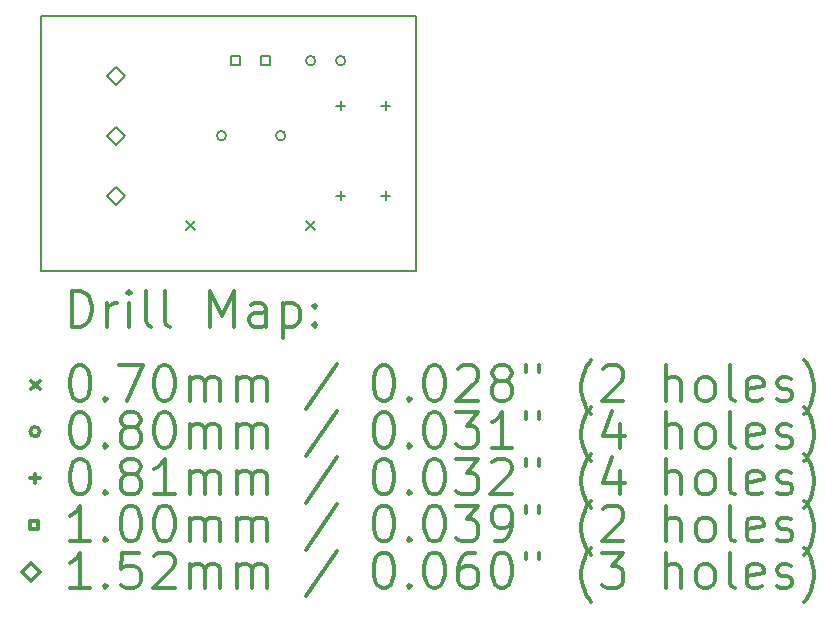
<source format=gbr>
%FSLAX45Y45*%
G04 Gerber Fmt 4.5, Leading zero omitted, Abs format (unit mm)*
G04 Created by KiCad (PCBNEW 4.0.2-stable) date 07/05/2016 12:33:00 p. m.*
%MOMM*%
G01*
G04 APERTURE LIST*
%ADD10C,0.127000*%
%ADD11C,0.150000*%
%ADD12C,0.200000*%
%ADD13C,0.300000*%
G04 APERTURE END LIST*
D10*
D11*
X11684000Y-11176000D02*
X11684000Y-11049000D01*
X11684000Y-11430000D02*
X11684000Y-11176000D01*
X14859000Y-11430000D02*
X11684000Y-11430000D01*
X14859000Y-9271000D02*
X14859000Y-11430000D01*
X11684000Y-9271000D02*
X14859000Y-9271000D01*
X11684000Y-11303000D02*
X11684000Y-9271000D01*
D12*
X12919000Y-11013694D02*
X12989104Y-11083798D01*
X12989104Y-11013694D02*
X12919000Y-11083798D01*
X13935000Y-11013694D02*
X14005104Y-11083798D01*
X14005104Y-11013694D02*
X13935000Y-11083798D01*
X13256000Y-10287000D02*
G75*
G03X13256000Y-10287000I-40000J0D01*
G01*
X13756000Y-10287000D02*
G75*
G03X13756000Y-10287000I-40000J0D01*
G01*
X14010000Y-9652000D02*
G75*
G03X14010000Y-9652000I-40000J0D01*
G01*
X14264000Y-9652000D02*
G75*
G03X14264000Y-9652000I-40000J0D01*
G01*
X14224000Y-9992360D02*
X14224000Y-10073640D01*
X14183360Y-10033000D02*
X14264640Y-10033000D01*
X14224000Y-10754360D02*
X14224000Y-10835640D01*
X14183360Y-10795000D02*
X14264640Y-10795000D01*
X14605000Y-9992360D02*
X14605000Y-10073640D01*
X14564360Y-10033000D02*
X14645640Y-10033000D01*
X14605000Y-10754360D02*
X14605000Y-10835640D01*
X14564360Y-10795000D02*
X14645640Y-10795000D01*
X13370382Y-9687383D02*
X13370382Y-9616618D01*
X13299617Y-9616618D01*
X13299617Y-9687383D01*
X13370382Y-9687383D01*
X13624382Y-9687383D02*
X13624382Y-9616618D01*
X13553617Y-9616618D01*
X13553617Y-9687383D01*
X13624382Y-9687383D01*
X12319000Y-9855200D02*
X12395200Y-9779000D01*
X12319000Y-9702800D01*
X12242800Y-9779000D01*
X12319000Y-9855200D01*
X12319000Y-10363200D02*
X12395200Y-10287000D01*
X12319000Y-10210800D01*
X12242800Y-10287000D01*
X12319000Y-10363200D01*
X12319000Y-10871200D02*
X12395200Y-10795000D01*
X12319000Y-10718800D01*
X12242800Y-10795000D01*
X12319000Y-10871200D01*
D13*
X11947928Y-11903214D02*
X11947928Y-11603214D01*
X12019357Y-11603214D01*
X12062214Y-11617500D01*
X12090786Y-11646071D01*
X12105071Y-11674643D01*
X12119357Y-11731786D01*
X12119357Y-11774643D01*
X12105071Y-11831786D01*
X12090786Y-11860357D01*
X12062214Y-11888929D01*
X12019357Y-11903214D01*
X11947928Y-11903214D01*
X12247928Y-11903214D02*
X12247928Y-11703214D01*
X12247928Y-11760357D02*
X12262214Y-11731786D01*
X12276500Y-11717500D01*
X12305071Y-11703214D01*
X12333643Y-11703214D01*
X12433643Y-11903214D02*
X12433643Y-11703214D01*
X12433643Y-11603214D02*
X12419357Y-11617500D01*
X12433643Y-11631786D01*
X12447928Y-11617500D01*
X12433643Y-11603214D01*
X12433643Y-11631786D01*
X12619357Y-11903214D02*
X12590786Y-11888929D01*
X12576500Y-11860357D01*
X12576500Y-11603214D01*
X12776500Y-11903214D02*
X12747928Y-11888929D01*
X12733643Y-11860357D01*
X12733643Y-11603214D01*
X13119357Y-11903214D02*
X13119357Y-11603214D01*
X13219357Y-11817500D01*
X13319357Y-11603214D01*
X13319357Y-11903214D01*
X13590786Y-11903214D02*
X13590786Y-11746071D01*
X13576500Y-11717500D01*
X13547928Y-11703214D01*
X13490786Y-11703214D01*
X13462214Y-11717500D01*
X13590786Y-11888929D02*
X13562214Y-11903214D01*
X13490786Y-11903214D01*
X13462214Y-11888929D01*
X13447928Y-11860357D01*
X13447928Y-11831786D01*
X13462214Y-11803214D01*
X13490786Y-11788929D01*
X13562214Y-11788929D01*
X13590786Y-11774643D01*
X13733643Y-11703214D02*
X13733643Y-12003214D01*
X13733643Y-11717500D02*
X13762214Y-11703214D01*
X13819357Y-11703214D01*
X13847928Y-11717500D01*
X13862214Y-11731786D01*
X13876500Y-11760357D01*
X13876500Y-11846071D01*
X13862214Y-11874643D01*
X13847928Y-11888929D01*
X13819357Y-11903214D01*
X13762214Y-11903214D01*
X13733643Y-11888929D01*
X14005071Y-11874643D02*
X14019357Y-11888929D01*
X14005071Y-11903214D01*
X13990786Y-11888929D01*
X14005071Y-11874643D01*
X14005071Y-11903214D01*
X14005071Y-11717500D02*
X14019357Y-11731786D01*
X14005071Y-11746071D01*
X13990786Y-11731786D01*
X14005071Y-11717500D01*
X14005071Y-11746071D01*
X11606396Y-12362448D02*
X11676500Y-12432552D01*
X11676500Y-12362448D02*
X11606396Y-12432552D01*
X12005071Y-12233214D02*
X12033643Y-12233214D01*
X12062214Y-12247500D01*
X12076500Y-12261786D01*
X12090786Y-12290357D01*
X12105071Y-12347500D01*
X12105071Y-12418929D01*
X12090786Y-12476071D01*
X12076500Y-12504643D01*
X12062214Y-12518929D01*
X12033643Y-12533214D01*
X12005071Y-12533214D01*
X11976500Y-12518929D01*
X11962214Y-12504643D01*
X11947928Y-12476071D01*
X11933643Y-12418929D01*
X11933643Y-12347500D01*
X11947928Y-12290357D01*
X11962214Y-12261786D01*
X11976500Y-12247500D01*
X12005071Y-12233214D01*
X12233643Y-12504643D02*
X12247928Y-12518929D01*
X12233643Y-12533214D01*
X12219357Y-12518929D01*
X12233643Y-12504643D01*
X12233643Y-12533214D01*
X12347928Y-12233214D02*
X12547928Y-12233214D01*
X12419357Y-12533214D01*
X12719357Y-12233214D02*
X12747928Y-12233214D01*
X12776500Y-12247500D01*
X12790786Y-12261786D01*
X12805071Y-12290357D01*
X12819357Y-12347500D01*
X12819357Y-12418929D01*
X12805071Y-12476071D01*
X12790786Y-12504643D01*
X12776500Y-12518929D01*
X12747928Y-12533214D01*
X12719357Y-12533214D01*
X12690786Y-12518929D01*
X12676500Y-12504643D01*
X12662214Y-12476071D01*
X12647928Y-12418929D01*
X12647928Y-12347500D01*
X12662214Y-12290357D01*
X12676500Y-12261786D01*
X12690786Y-12247500D01*
X12719357Y-12233214D01*
X12947928Y-12533214D02*
X12947928Y-12333214D01*
X12947928Y-12361786D02*
X12962214Y-12347500D01*
X12990786Y-12333214D01*
X13033643Y-12333214D01*
X13062214Y-12347500D01*
X13076500Y-12376071D01*
X13076500Y-12533214D01*
X13076500Y-12376071D02*
X13090786Y-12347500D01*
X13119357Y-12333214D01*
X13162214Y-12333214D01*
X13190786Y-12347500D01*
X13205071Y-12376071D01*
X13205071Y-12533214D01*
X13347928Y-12533214D02*
X13347928Y-12333214D01*
X13347928Y-12361786D02*
X13362214Y-12347500D01*
X13390786Y-12333214D01*
X13433643Y-12333214D01*
X13462214Y-12347500D01*
X13476500Y-12376071D01*
X13476500Y-12533214D01*
X13476500Y-12376071D02*
X13490786Y-12347500D01*
X13519357Y-12333214D01*
X13562214Y-12333214D01*
X13590786Y-12347500D01*
X13605071Y-12376071D01*
X13605071Y-12533214D01*
X14190786Y-12218929D02*
X13933643Y-12604643D01*
X14576500Y-12233214D02*
X14605071Y-12233214D01*
X14633643Y-12247500D01*
X14647928Y-12261786D01*
X14662214Y-12290357D01*
X14676500Y-12347500D01*
X14676500Y-12418929D01*
X14662214Y-12476071D01*
X14647928Y-12504643D01*
X14633643Y-12518929D01*
X14605071Y-12533214D01*
X14576500Y-12533214D01*
X14547928Y-12518929D01*
X14533643Y-12504643D01*
X14519357Y-12476071D01*
X14505071Y-12418929D01*
X14505071Y-12347500D01*
X14519357Y-12290357D01*
X14533643Y-12261786D01*
X14547928Y-12247500D01*
X14576500Y-12233214D01*
X14805071Y-12504643D02*
X14819357Y-12518929D01*
X14805071Y-12533214D01*
X14790786Y-12518929D01*
X14805071Y-12504643D01*
X14805071Y-12533214D01*
X15005071Y-12233214D02*
X15033643Y-12233214D01*
X15062214Y-12247500D01*
X15076500Y-12261786D01*
X15090785Y-12290357D01*
X15105071Y-12347500D01*
X15105071Y-12418929D01*
X15090785Y-12476071D01*
X15076500Y-12504643D01*
X15062214Y-12518929D01*
X15033643Y-12533214D01*
X15005071Y-12533214D01*
X14976500Y-12518929D01*
X14962214Y-12504643D01*
X14947928Y-12476071D01*
X14933643Y-12418929D01*
X14933643Y-12347500D01*
X14947928Y-12290357D01*
X14962214Y-12261786D01*
X14976500Y-12247500D01*
X15005071Y-12233214D01*
X15219357Y-12261786D02*
X15233643Y-12247500D01*
X15262214Y-12233214D01*
X15333643Y-12233214D01*
X15362214Y-12247500D01*
X15376500Y-12261786D01*
X15390785Y-12290357D01*
X15390785Y-12318929D01*
X15376500Y-12361786D01*
X15205071Y-12533214D01*
X15390785Y-12533214D01*
X15562214Y-12361786D02*
X15533643Y-12347500D01*
X15519357Y-12333214D01*
X15505071Y-12304643D01*
X15505071Y-12290357D01*
X15519357Y-12261786D01*
X15533643Y-12247500D01*
X15562214Y-12233214D01*
X15619357Y-12233214D01*
X15647928Y-12247500D01*
X15662214Y-12261786D01*
X15676500Y-12290357D01*
X15676500Y-12304643D01*
X15662214Y-12333214D01*
X15647928Y-12347500D01*
X15619357Y-12361786D01*
X15562214Y-12361786D01*
X15533643Y-12376071D01*
X15519357Y-12390357D01*
X15505071Y-12418929D01*
X15505071Y-12476071D01*
X15519357Y-12504643D01*
X15533643Y-12518929D01*
X15562214Y-12533214D01*
X15619357Y-12533214D01*
X15647928Y-12518929D01*
X15662214Y-12504643D01*
X15676500Y-12476071D01*
X15676500Y-12418929D01*
X15662214Y-12390357D01*
X15647928Y-12376071D01*
X15619357Y-12361786D01*
X15790786Y-12233214D02*
X15790786Y-12290357D01*
X15905071Y-12233214D02*
X15905071Y-12290357D01*
X16347928Y-12647500D02*
X16333643Y-12633214D01*
X16305071Y-12590357D01*
X16290785Y-12561786D01*
X16276500Y-12518929D01*
X16262214Y-12447500D01*
X16262214Y-12390357D01*
X16276500Y-12318929D01*
X16290785Y-12276071D01*
X16305071Y-12247500D01*
X16333643Y-12204643D01*
X16347928Y-12190357D01*
X16447928Y-12261786D02*
X16462214Y-12247500D01*
X16490785Y-12233214D01*
X16562214Y-12233214D01*
X16590785Y-12247500D01*
X16605071Y-12261786D01*
X16619357Y-12290357D01*
X16619357Y-12318929D01*
X16605071Y-12361786D01*
X16433643Y-12533214D01*
X16619357Y-12533214D01*
X16976500Y-12533214D02*
X16976500Y-12233214D01*
X17105071Y-12533214D02*
X17105071Y-12376071D01*
X17090786Y-12347500D01*
X17062214Y-12333214D01*
X17019357Y-12333214D01*
X16990786Y-12347500D01*
X16976500Y-12361786D01*
X17290786Y-12533214D02*
X17262214Y-12518929D01*
X17247928Y-12504643D01*
X17233643Y-12476071D01*
X17233643Y-12390357D01*
X17247928Y-12361786D01*
X17262214Y-12347500D01*
X17290786Y-12333214D01*
X17333643Y-12333214D01*
X17362214Y-12347500D01*
X17376500Y-12361786D01*
X17390786Y-12390357D01*
X17390786Y-12476071D01*
X17376500Y-12504643D01*
X17362214Y-12518929D01*
X17333643Y-12533214D01*
X17290786Y-12533214D01*
X17562214Y-12533214D02*
X17533643Y-12518929D01*
X17519357Y-12490357D01*
X17519357Y-12233214D01*
X17790786Y-12518929D02*
X17762214Y-12533214D01*
X17705071Y-12533214D01*
X17676500Y-12518929D01*
X17662214Y-12490357D01*
X17662214Y-12376071D01*
X17676500Y-12347500D01*
X17705071Y-12333214D01*
X17762214Y-12333214D01*
X17790786Y-12347500D01*
X17805071Y-12376071D01*
X17805071Y-12404643D01*
X17662214Y-12433214D01*
X17919357Y-12518929D02*
X17947929Y-12533214D01*
X18005071Y-12533214D01*
X18033643Y-12518929D01*
X18047929Y-12490357D01*
X18047929Y-12476071D01*
X18033643Y-12447500D01*
X18005071Y-12433214D01*
X17962214Y-12433214D01*
X17933643Y-12418929D01*
X17919357Y-12390357D01*
X17919357Y-12376071D01*
X17933643Y-12347500D01*
X17962214Y-12333214D01*
X18005071Y-12333214D01*
X18033643Y-12347500D01*
X18147928Y-12647500D02*
X18162214Y-12633214D01*
X18190786Y-12590357D01*
X18205071Y-12561786D01*
X18219357Y-12518929D01*
X18233643Y-12447500D01*
X18233643Y-12390357D01*
X18219357Y-12318929D01*
X18205071Y-12276071D01*
X18190786Y-12247500D01*
X18162214Y-12204643D01*
X18147928Y-12190357D01*
X11676500Y-12793500D02*
G75*
G03X11676500Y-12793500I-40000J0D01*
G01*
X12005071Y-12629214D02*
X12033643Y-12629214D01*
X12062214Y-12643500D01*
X12076500Y-12657786D01*
X12090786Y-12686357D01*
X12105071Y-12743500D01*
X12105071Y-12814929D01*
X12090786Y-12872071D01*
X12076500Y-12900643D01*
X12062214Y-12914929D01*
X12033643Y-12929214D01*
X12005071Y-12929214D01*
X11976500Y-12914929D01*
X11962214Y-12900643D01*
X11947928Y-12872071D01*
X11933643Y-12814929D01*
X11933643Y-12743500D01*
X11947928Y-12686357D01*
X11962214Y-12657786D01*
X11976500Y-12643500D01*
X12005071Y-12629214D01*
X12233643Y-12900643D02*
X12247928Y-12914929D01*
X12233643Y-12929214D01*
X12219357Y-12914929D01*
X12233643Y-12900643D01*
X12233643Y-12929214D01*
X12419357Y-12757786D02*
X12390786Y-12743500D01*
X12376500Y-12729214D01*
X12362214Y-12700643D01*
X12362214Y-12686357D01*
X12376500Y-12657786D01*
X12390786Y-12643500D01*
X12419357Y-12629214D01*
X12476500Y-12629214D01*
X12505071Y-12643500D01*
X12519357Y-12657786D01*
X12533643Y-12686357D01*
X12533643Y-12700643D01*
X12519357Y-12729214D01*
X12505071Y-12743500D01*
X12476500Y-12757786D01*
X12419357Y-12757786D01*
X12390786Y-12772071D01*
X12376500Y-12786357D01*
X12362214Y-12814929D01*
X12362214Y-12872071D01*
X12376500Y-12900643D01*
X12390786Y-12914929D01*
X12419357Y-12929214D01*
X12476500Y-12929214D01*
X12505071Y-12914929D01*
X12519357Y-12900643D01*
X12533643Y-12872071D01*
X12533643Y-12814929D01*
X12519357Y-12786357D01*
X12505071Y-12772071D01*
X12476500Y-12757786D01*
X12719357Y-12629214D02*
X12747928Y-12629214D01*
X12776500Y-12643500D01*
X12790786Y-12657786D01*
X12805071Y-12686357D01*
X12819357Y-12743500D01*
X12819357Y-12814929D01*
X12805071Y-12872071D01*
X12790786Y-12900643D01*
X12776500Y-12914929D01*
X12747928Y-12929214D01*
X12719357Y-12929214D01*
X12690786Y-12914929D01*
X12676500Y-12900643D01*
X12662214Y-12872071D01*
X12647928Y-12814929D01*
X12647928Y-12743500D01*
X12662214Y-12686357D01*
X12676500Y-12657786D01*
X12690786Y-12643500D01*
X12719357Y-12629214D01*
X12947928Y-12929214D02*
X12947928Y-12729214D01*
X12947928Y-12757786D02*
X12962214Y-12743500D01*
X12990786Y-12729214D01*
X13033643Y-12729214D01*
X13062214Y-12743500D01*
X13076500Y-12772071D01*
X13076500Y-12929214D01*
X13076500Y-12772071D02*
X13090786Y-12743500D01*
X13119357Y-12729214D01*
X13162214Y-12729214D01*
X13190786Y-12743500D01*
X13205071Y-12772071D01*
X13205071Y-12929214D01*
X13347928Y-12929214D02*
X13347928Y-12729214D01*
X13347928Y-12757786D02*
X13362214Y-12743500D01*
X13390786Y-12729214D01*
X13433643Y-12729214D01*
X13462214Y-12743500D01*
X13476500Y-12772071D01*
X13476500Y-12929214D01*
X13476500Y-12772071D02*
X13490786Y-12743500D01*
X13519357Y-12729214D01*
X13562214Y-12729214D01*
X13590786Y-12743500D01*
X13605071Y-12772071D01*
X13605071Y-12929214D01*
X14190786Y-12614929D02*
X13933643Y-13000643D01*
X14576500Y-12629214D02*
X14605071Y-12629214D01*
X14633643Y-12643500D01*
X14647928Y-12657786D01*
X14662214Y-12686357D01*
X14676500Y-12743500D01*
X14676500Y-12814929D01*
X14662214Y-12872071D01*
X14647928Y-12900643D01*
X14633643Y-12914929D01*
X14605071Y-12929214D01*
X14576500Y-12929214D01*
X14547928Y-12914929D01*
X14533643Y-12900643D01*
X14519357Y-12872071D01*
X14505071Y-12814929D01*
X14505071Y-12743500D01*
X14519357Y-12686357D01*
X14533643Y-12657786D01*
X14547928Y-12643500D01*
X14576500Y-12629214D01*
X14805071Y-12900643D02*
X14819357Y-12914929D01*
X14805071Y-12929214D01*
X14790786Y-12914929D01*
X14805071Y-12900643D01*
X14805071Y-12929214D01*
X15005071Y-12629214D02*
X15033643Y-12629214D01*
X15062214Y-12643500D01*
X15076500Y-12657786D01*
X15090785Y-12686357D01*
X15105071Y-12743500D01*
X15105071Y-12814929D01*
X15090785Y-12872071D01*
X15076500Y-12900643D01*
X15062214Y-12914929D01*
X15033643Y-12929214D01*
X15005071Y-12929214D01*
X14976500Y-12914929D01*
X14962214Y-12900643D01*
X14947928Y-12872071D01*
X14933643Y-12814929D01*
X14933643Y-12743500D01*
X14947928Y-12686357D01*
X14962214Y-12657786D01*
X14976500Y-12643500D01*
X15005071Y-12629214D01*
X15205071Y-12629214D02*
X15390785Y-12629214D01*
X15290785Y-12743500D01*
X15333643Y-12743500D01*
X15362214Y-12757786D01*
X15376500Y-12772071D01*
X15390785Y-12800643D01*
X15390785Y-12872071D01*
X15376500Y-12900643D01*
X15362214Y-12914929D01*
X15333643Y-12929214D01*
X15247928Y-12929214D01*
X15219357Y-12914929D01*
X15205071Y-12900643D01*
X15676500Y-12929214D02*
X15505071Y-12929214D01*
X15590785Y-12929214D02*
X15590785Y-12629214D01*
X15562214Y-12672071D01*
X15533643Y-12700643D01*
X15505071Y-12714929D01*
X15790786Y-12629214D02*
X15790786Y-12686357D01*
X15905071Y-12629214D02*
X15905071Y-12686357D01*
X16347928Y-13043500D02*
X16333643Y-13029214D01*
X16305071Y-12986357D01*
X16290785Y-12957786D01*
X16276500Y-12914929D01*
X16262214Y-12843500D01*
X16262214Y-12786357D01*
X16276500Y-12714929D01*
X16290785Y-12672071D01*
X16305071Y-12643500D01*
X16333643Y-12600643D01*
X16347928Y-12586357D01*
X16590785Y-12729214D02*
X16590785Y-12929214D01*
X16519357Y-12614929D02*
X16447928Y-12829214D01*
X16633643Y-12829214D01*
X16976500Y-12929214D02*
X16976500Y-12629214D01*
X17105071Y-12929214D02*
X17105071Y-12772071D01*
X17090786Y-12743500D01*
X17062214Y-12729214D01*
X17019357Y-12729214D01*
X16990786Y-12743500D01*
X16976500Y-12757786D01*
X17290786Y-12929214D02*
X17262214Y-12914929D01*
X17247928Y-12900643D01*
X17233643Y-12872071D01*
X17233643Y-12786357D01*
X17247928Y-12757786D01*
X17262214Y-12743500D01*
X17290786Y-12729214D01*
X17333643Y-12729214D01*
X17362214Y-12743500D01*
X17376500Y-12757786D01*
X17390786Y-12786357D01*
X17390786Y-12872071D01*
X17376500Y-12900643D01*
X17362214Y-12914929D01*
X17333643Y-12929214D01*
X17290786Y-12929214D01*
X17562214Y-12929214D02*
X17533643Y-12914929D01*
X17519357Y-12886357D01*
X17519357Y-12629214D01*
X17790786Y-12914929D02*
X17762214Y-12929214D01*
X17705071Y-12929214D01*
X17676500Y-12914929D01*
X17662214Y-12886357D01*
X17662214Y-12772071D01*
X17676500Y-12743500D01*
X17705071Y-12729214D01*
X17762214Y-12729214D01*
X17790786Y-12743500D01*
X17805071Y-12772071D01*
X17805071Y-12800643D01*
X17662214Y-12829214D01*
X17919357Y-12914929D02*
X17947929Y-12929214D01*
X18005071Y-12929214D01*
X18033643Y-12914929D01*
X18047929Y-12886357D01*
X18047929Y-12872071D01*
X18033643Y-12843500D01*
X18005071Y-12829214D01*
X17962214Y-12829214D01*
X17933643Y-12814929D01*
X17919357Y-12786357D01*
X17919357Y-12772071D01*
X17933643Y-12743500D01*
X17962214Y-12729214D01*
X18005071Y-12729214D01*
X18033643Y-12743500D01*
X18147928Y-13043500D02*
X18162214Y-13029214D01*
X18190786Y-12986357D01*
X18205071Y-12957786D01*
X18219357Y-12914929D01*
X18233643Y-12843500D01*
X18233643Y-12786357D01*
X18219357Y-12714929D01*
X18205071Y-12672071D01*
X18190786Y-12643500D01*
X18162214Y-12600643D01*
X18147928Y-12586357D01*
X11635860Y-13148860D02*
X11635860Y-13230140D01*
X11595220Y-13189500D02*
X11676500Y-13189500D01*
X12005071Y-13025214D02*
X12033643Y-13025214D01*
X12062214Y-13039500D01*
X12076500Y-13053786D01*
X12090786Y-13082357D01*
X12105071Y-13139500D01*
X12105071Y-13210929D01*
X12090786Y-13268071D01*
X12076500Y-13296643D01*
X12062214Y-13310929D01*
X12033643Y-13325214D01*
X12005071Y-13325214D01*
X11976500Y-13310929D01*
X11962214Y-13296643D01*
X11947928Y-13268071D01*
X11933643Y-13210929D01*
X11933643Y-13139500D01*
X11947928Y-13082357D01*
X11962214Y-13053786D01*
X11976500Y-13039500D01*
X12005071Y-13025214D01*
X12233643Y-13296643D02*
X12247928Y-13310929D01*
X12233643Y-13325214D01*
X12219357Y-13310929D01*
X12233643Y-13296643D01*
X12233643Y-13325214D01*
X12419357Y-13153786D02*
X12390786Y-13139500D01*
X12376500Y-13125214D01*
X12362214Y-13096643D01*
X12362214Y-13082357D01*
X12376500Y-13053786D01*
X12390786Y-13039500D01*
X12419357Y-13025214D01*
X12476500Y-13025214D01*
X12505071Y-13039500D01*
X12519357Y-13053786D01*
X12533643Y-13082357D01*
X12533643Y-13096643D01*
X12519357Y-13125214D01*
X12505071Y-13139500D01*
X12476500Y-13153786D01*
X12419357Y-13153786D01*
X12390786Y-13168071D01*
X12376500Y-13182357D01*
X12362214Y-13210929D01*
X12362214Y-13268071D01*
X12376500Y-13296643D01*
X12390786Y-13310929D01*
X12419357Y-13325214D01*
X12476500Y-13325214D01*
X12505071Y-13310929D01*
X12519357Y-13296643D01*
X12533643Y-13268071D01*
X12533643Y-13210929D01*
X12519357Y-13182357D01*
X12505071Y-13168071D01*
X12476500Y-13153786D01*
X12819357Y-13325214D02*
X12647928Y-13325214D01*
X12733643Y-13325214D02*
X12733643Y-13025214D01*
X12705071Y-13068071D01*
X12676500Y-13096643D01*
X12647928Y-13110929D01*
X12947928Y-13325214D02*
X12947928Y-13125214D01*
X12947928Y-13153786D02*
X12962214Y-13139500D01*
X12990786Y-13125214D01*
X13033643Y-13125214D01*
X13062214Y-13139500D01*
X13076500Y-13168071D01*
X13076500Y-13325214D01*
X13076500Y-13168071D02*
X13090786Y-13139500D01*
X13119357Y-13125214D01*
X13162214Y-13125214D01*
X13190786Y-13139500D01*
X13205071Y-13168071D01*
X13205071Y-13325214D01*
X13347928Y-13325214D02*
X13347928Y-13125214D01*
X13347928Y-13153786D02*
X13362214Y-13139500D01*
X13390786Y-13125214D01*
X13433643Y-13125214D01*
X13462214Y-13139500D01*
X13476500Y-13168071D01*
X13476500Y-13325214D01*
X13476500Y-13168071D02*
X13490786Y-13139500D01*
X13519357Y-13125214D01*
X13562214Y-13125214D01*
X13590786Y-13139500D01*
X13605071Y-13168071D01*
X13605071Y-13325214D01*
X14190786Y-13010929D02*
X13933643Y-13396643D01*
X14576500Y-13025214D02*
X14605071Y-13025214D01*
X14633643Y-13039500D01*
X14647928Y-13053786D01*
X14662214Y-13082357D01*
X14676500Y-13139500D01*
X14676500Y-13210929D01*
X14662214Y-13268071D01*
X14647928Y-13296643D01*
X14633643Y-13310929D01*
X14605071Y-13325214D01*
X14576500Y-13325214D01*
X14547928Y-13310929D01*
X14533643Y-13296643D01*
X14519357Y-13268071D01*
X14505071Y-13210929D01*
X14505071Y-13139500D01*
X14519357Y-13082357D01*
X14533643Y-13053786D01*
X14547928Y-13039500D01*
X14576500Y-13025214D01*
X14805071Y-13296643D02*
X14819357Y-13310929D01*
X14805071Y-13325214D01*
X14790786Y-13310929D01*
X14805071Y-13296643D01*
X14805071Y-13325214D01*
X15005071Y-13025214D02*
X15033643Y-13025214D01*
X15062214Y-13039500D01*
X15076500Y-13053786D01*
X15090785Y-13082357D01*
X15105071Y-13139500D01*
X15105071Y-13210929D01*
X15090785Y-13268071D01*
X15076500Y-13296643D01*
X15062214Y-13310929D01*
X15033643Y-13325214D01*
X15005071Y-13325214D01*
X14976500Y-13310929D01*
X14962214Y-13296643D01*
X14947928Y-13268071D01*
X14933643Y-13210929D01*
X14933643Y-13139500D01*
X14947928Y-13082357D01*
X14962214Y-13053786D01*
X14976500Y-13039500D01*
X15005071Y-13025214D01*
X15205071Y-13025214D02*
X15390785Y-13025214D01*
X15290785Y-13139500D01*
X15333643Y-13139500D01*
X15362214Y-13153786D01*
X15376500Y-13168071D01*
X15390785Y-13196643D01*
X15390785Y-13268071D01*
X15376500Y-13296643D01*
X15362214Y-13310929D01*
X15333643Y-13325214D01*
X15247928Y-13325214D01*
X15219357Y-13310929D01*
X15205071Y-13296643D01*
X15505071Y-13053786D02*
X15519357Y-13039500D01*
X15547928Y-13025214D01*
X15619357Y-13025214D01*
X15647928Y-13039500D01*
X15662214Y-13053786D01*
X15676500Y-13082357D01*
X15676500Y-13110929D01*
X15662214Y-13153786D01*
X15490785Y-13325214D01*
X15676500Y-13325214D01*
X15790786Y-13025214D02*
X15790786Y-13082357D01*
X15905071Y-13025214D02*
X15905071Y-13082357D01*
X16347928Y-13439500D02*
X16333643Y-13425214D01*
X16305071Y-13382357D01*
X16290785Y-13353786D01*
X16276500Y-13310929D01*
X16262214Y-13239500D01*
X16262214Y-13182357D01*
X16276500Y-13110929D01*
X16290785Y-13068071D01*
X16305071Y-13039500D01*
X16333643Y-12996643D01*
X16347928Y-12982357D01*
X16590785Y-13125214D02*
X16590785Y-13325214D01*
X16519357Y-13010929D02*
X16447928Y-13225214D01*
X16633643Y-13225214D01*
X16976500Y-13325214D02*
X16976500Y-13025214D01*
X17105071Y-13325214D02*
X17105071Y-13168071D01*
X17090786Y-13139500D01*
X17062214Y-13125214D01*
X17019357Y-13125214D01*
X16990786Y-13139500D01*
X16976500Y-13153786D01*
X17290786Y-13325214D02*
X17262214Y-13310929D01*
X17247928Y-13296643D01*
X17233643Y-13268071D01*
X17233643Y-13182357D01*
X17247928Y-13153786D01*
X17262214Y-13139500D01*
X17290786Y-13125214D01*
X17333643Y-13125214D01*
X17362214Y-13139500D01*
X17376500Y-13153786D01*
X17390786Y-13182357D01*
X17390786Y-13268071D01*
X17376500Y-13296643D01*
X17362214Y-13310929D01*
X17333643Y-13325214D01*
X17290786Y-13325214D01*
X17562214Y-13325214D02*
X17533643Y-13310929D01*
X17519357Y-13282357D01*
X17519357Y-13025214D01*
X17790786Y-13310929D02*
X17762214Y-13325214D01*
X17705071Y-13325214D01*
X17676500Y-13310929D01*
X17662214Y-13282357D01*
X17662214Y-13168071D01*
X17676500Y-13139500D01*
X17705071Y-13125214D01*
X17762214Y-13125214D01*
X17790786Y-13139500D01*
X17805071Y-13168071D01*
X17805071Y-13196643D01*
X17662214Y-13225214D01*
X17919357Y-13310929D02*
X17947929Y-13325214D01*
X18005071Y-13325214D01*
X18033643Y-13310929D01*
X18047929Y-13282357D01*
X18047929Y-13268071D01*
X18033643Y-13239500D01*
X18005071Y-13225214D01*
X17962214Y-13225214D01*
X17933643Y-13210929D01*
X17919357Y-13182357D01*
X17919357Y-13168071D01*
X17933643Y-13139500D01*
X17962214Y-13125214D01*
X18005071Y-13125214D01*
X18033643Y-13139500D01*
X18147928Y-13439500D02*
X18162214Y-13425214D01*
X18190786Y-13382357D01*
X18205071Y-13353786D01*
X18219357Y-13310929D01*
X18233643Y-13239500D01*
X18233643Y-13182357D01*
X18219357Y-13110929D01*
X18205071Y-13068071D01*
X18190786Y-13039500D01*
X18162214Y-12996643D01*
X18147928Y-12982357D01*
X11661844Y-13620883D02*
X11661844Y-13550118D01*
X11591079Y-13550118D01*
X11591079Y-13620883D01*
X11661844Y-13620883D01*
X12105071Y-13721214D02*
X11933643Y-13721214D01*
X12019357Y-13721214D02*
X12019357Y-13421214D01*
X11990786Y-13464071D01*
X11962214Y-13492643D01*
X11933643Y-13506929D01*
X12233643Y-13692643D02*
X12247928Y-13706929D01*
X12233643Y-13721214D01*
X12219357Y-13706929D01*
X12233643Y-13692643D01*
X12233643Y-13721214D01*
X12433643Y-13421214D02*
X12462214Y-13421214D01*
X12490786Y-13435500D01*
X12505071Y-13449786D01*
X12519357Y-13478357D01*
X12533643Y-13535500D01*
X12533643Y-13606929D01*
X12519357Y-13664071D01*
X12505071Y-13692643D01*
X12490786Y-13706929D01*
X12462214Y-13721214D01*
X12433643Y-13721214D01*
X12405071Y-13706929D01*
X12390786Y-13692643D01*
X12376500Y-13664071D01*
X12362214Y-13606929D01*
X12362214Y-13535500D01*
X12376500Y-13478357D01*
X12390786Y-13449786D01*
X12405071Y-13435500D01*
X12433643Y-13421214D01*
X12719357Y-13421214D02*
X12747928Y-13421214D01*
X12776500Y-13435500D01*
X12790786Y-13449786D01*
X12805071Y-13478357D01*
X12819357Y-13535500D01*
X12819357Y-13606929D01*
X12805071Y-13664071D01*
X12790786Y-13692643D01*
X12776500Y-13706929D01*
X12747928Y-13721214D01*
X12719357Y-13721214D01*
X12690786Y-13706929D01*
X12676500Y-13692643D01*
X12662214Y-13664071D01*
X12647928Y-13606929D01*
X12647928Y-13535500D01*
X12662214Y-13478357D01*
X12676500Y-13449786D01*
X12690786Y-13435500D01*
X12719357Y-13421214D01*
X12947928Y-13721214D02*
X12947928Y-13521214D01*
X12947928Y-13549786D02*
X12962214Y-13535500D01*
X12990786Y-13521214D01*
X13033643Y-13521214D01*
X13062214Y-13535500D01*
X13076500Y-13564071D01*
X13076500Y-13721214D01*
X13076500Y-13564071D02*
X13090786Y-13535500D01*
X13119357Y-13521214D01*
X13162214Y-13521214D01*
X13190786Y-13535500D01*
X13205071Y-13564071D01*
X13205071Y-13721214D01*
X13347928Y-13721214D02*
X13347928Y-13521214D01*
X13347928Y-13549786D02*
X13362214Y-13535500D01*
X13390786Y-13521214D01*
X13433643Y-13521214D01*
X13462214Y-13535500D01*
X13476500Y-13564071D01*
X13476500Y-13721214D01*
X13476500Y-13564071D02*
X13490786Y-13535500D01*
X13519357Y-13521214D01*
X13562214Y-13521214D01*
X13590786Y-13535500D01*
X13605071Y-13564071D01*
X13605071Y-13721214D01*
X14190786Y-13406929D02*
X13933643Y-13792643D01*
X14576500Y-13421214D02*
X14605071Y-13421214D01*
X14633643Y-13435500D01*
X14647928Y-13449786D01*
X14662214Y-13478357D01*
X14676500Y-13535500D01*
X14676500Y-13606929D01*
X14662214Y-13664071D01*
X14647928Y-13692643D01*
X14633643Y-13706929D01*
X14605071Y-13721214D01*
X14576500Y-13721214D01*
X14547928Y-13706929D01*
X14533643Y-13692643D01*
X14519357Y-13664071D01*
X14505071Y-13606929D01*
X14505071Y-13535500D01*
X14519357Y-13478357D01*
X14533643Y-13449786D01*
X14547928Y-13435500D01*
X14576500Y-13421214D01*
X14805071Y-13692643D02*
X14819357Y-13706929D01*
X14805071Y-13721214D01*
X14790786Y-13706929D01*
X14805071Y-13692643D01*
X14805071Y-13721214D01*
X15005071Y-13421214D02*
X15033643Y-13421214D01*
X15062214Y-13435500D01*
X15076500Y-13449786D01*
X15090785Y-13478357D01*
X15105071Y-13535500D01*
X15105071Y-13606929D01*
X15090785Y-13664071D01*
X15076500Y-13692643D01*
X15062214Y-13706929D01*
X15033643Y-13721214D01*
X15005071Y-13721214D01*
X14976500Y-13706929D01*
X14962214Y-13692643D01*
X14947928Y-13664071D01*
X14933643Y-13606929D01*
X14933643Y-13535500D01*
X14947928Y-13478357D01*
X14962214Y-13449786D01*
X14976500Y-13435500D01*
X15005071Y-13421214D01*
X15205071Y-13421214D02*
X15390785Y-13421214D01*
X15290785Y-13535500D01*
X15333643Y-13535500D01*
X15362214Y-13549786D01*
X15376500Y-13564071D01*
X15390785Y-13592643D01*
X15390785Y-13664071D01*
X15376500Y-13692643D01*
X15362214Y-13706929D01*
X15333643Y-13721214D01*
X15247928Y-13721214D01*
X15219357Y-13706929D01*
X15205071Y-13692643D01*
X15533643Y-13721214D02*
X15590785Y-13721214D01*
X15619357Y-13706929D01*
X15633643Y-13692643D01*
X15662214Y-13649786D01*
X15676500Y-13592643D01*
X15676500Y-13478357D01*
X15662214Y-13449786D01*
X15647928Y-13435500D01*
X15619357Y-13421214D01*
X15562214Y-13421214D01*
X15533643Y-13435500D01*
X15519357Y-13449786D01*
X15505071Y-13478357D01*
X15505071Y-13549786D01*
X15519357Y-13578357D01*
X15533643Y-13592643D01*
X15562214Y-13606929D01*
X15619357Y-13606929D01*
X15647928Y-13592643D01*
X15662214Y-13578357D01*
X15676500Y-13549786D01*
X15790786Y-13421214D02*
X15790786Y-13478357D01*
X15905071Y-13421214D02*
X15905071Y-13478357D01*
X16347928Y-13835500D02*
X16333643Y-13821214D01*
X16305071Y-13778357D01*
X16290785Y-13749786D01*
X16276500Y-13706929D01*
X16262214Y-13635500D01*
X16262214Y-13578357D01*
X16276500Y-13506929D01*
X16290785Y-13464071D01*
X16305071Y-13435500D01*
X16333643Y-13392643D01*
X16347928Y-13378357D01*
X16447928Y-13449786D02*
X16462214Y-13435500D01*
X16490785Y-13421214D01*
X16562214Y-13421214D01*
X16590785Y-13435500D01*
X16605071Y-13449786D01*
X16619357Y-13478357D01*
X16619357Y-13506929D01*
X16605071Y-13549786D01*
X16433643Y-13721214D01*
X16619357Y-13721214D01*
X16976500Y-13721214D02*
X16976500Y-13421214D01*
X17105071Y-13721214D02*
X17105071Y-13564071D01*
X17090786Y-13535500D01*
X17062214Y-13521214D01*
X17019357Y-13521214D01*
X16990786Y-13535500D01*
X16976500Y-13549786D01*
X17290786Y-13721214D02*
X17262214Y-13706929D01*
X17247928Y-13692643D01*
X17233643Y-13664071D01*
X17233643Y-13578357D01*
X17247928Y-13549786D01*
X17262214Y-13535500D01*
X17290786Y-13521214D01*
X17333643Y-13521214D01*
X17362214Y-13535500D01*
X17376500Y-13549786D01*
X17390786Y-13578357D01*
X17390786Y-13664071D01*
X17376500Y-13692643D01*
X17362214Y-13706929D01*
X17333643Y-13721214D01*
X17290786Y-13721214D01*
X17562214Y-13721214D02*
X17533643Y-13706929D01*
X17519357Y-13678357D01*
X17519357Y-13421214D01*
X17790786Y-13706929D02*
X17762214Y-13721214D01*
X17705071Y-13721214D01*
X17676500Y-13706929D01*
X17662214Y-13678357D01*
X17662214Y-13564071D01*
X17676500Y-13535500D01*
X17705071Y-13521214D01*
X17762214Y-13521214D01*
X17790786Y-13535500D01*
X17805071Y-13564071D01*
X17805071Y-13592643D01*
X17662214Y-13621214D01*
X17919357Y-13706929D02*
X17947929Y-13721214D01*
X18005071Y-13721214D01*
X18033643Y-13706929D01*
X18047929Y-13678357D01*
X18047929Y-13664071D01*
X18033643Y-13635500D01*
X18005071Y-13621214D01*
X17962214Y-13621214D01*
X17933643Y-13606929D01*
X17919357Y-13578357D01*
X17919357Y-13564071D01*
X17933643Y-13535500D01*
X17962214Y-13521214D01*
X18005071Y-13521214D01*
X18033643Y-13535500D01*
X18147928Y-13835500D02*
X18162214Y-13821214D01*
X18190786Y-13778357D01*
X18205071Y-13749786D01*
X18219357Y-13706929D01*
X18233643Y-13635500D01*
X18233643Y-13578357D01*
X18219357Y-13506929D01*
X18205071Y-13464071D01*
X18190786Y-13435500D01*
X18162214Y-13392643D01*
X18147928Y-13378357D01*
X11600300Y-14057700D02*
X11676500Y-13981500D01*
X11600300Y-13905300D01*
X11524100Y-13981500D01*
X11600300Y-14057700D01*
X12105071Y-14117214D02*
X11933643Y-14117214D01*
X12019357Y-14117214D02*
X12019357Y-13817214D01*
X11990786Y-13860071D01*
X11962214Y-13888643D01*
X11933643Y-13902929D01*
X12233643Y-14088643D02*
X12247928Y-14102929D01*
X12233643Y-14117214D01*
X12219357Y-14102929D01*
X12233643Y-14088643D01*
X12233643Y-14117214D01*
X12519357Y-13817214D02*
X12376500Y-13817214D01*
X12362214Y-13960071D01*
X12376500Y-13945786D01*
X12405071Y-13931500D01*
X12476500Y-13931500D01*
X12505071Y-13945786D01*
X12519357Y-13960071D01*
X12533643Y-13988643D01*
X12533643Y-14060071D01*
X12519357Y-14088643D01*
X12505071Y-14102929D01*
X12476500Y-14117214D01*
X12405071Y-14117214D01*
X12376500Y-14102929D01*
X12362214Y-14088643D01*
X12647928Y-13845786D02*
X12662214Y-13831500D01*
X12690786Y-13817214D01*
X12762214Y-13817214D01*
X12790786Y-13831500D01*
X12805071Y-13845786D01*
X12819357Y-13874357D01*
X12819357Y-13902929D01*
X12805071Y-13945786D01*
X12633643Y-14117214D01*
X12819357Y-14117214D01*
X12947928Y-14117214D02*
X12947928Y-13917214D01*
X12947928Y-13945786D02*
X12962214Y-13931500D01*
X12990786Y-13917214D01*
X13033643Y-13917214D01*
X13062214Y-13931500D01*
X13076500Y-13960071D01*
X13076500Y-14117214D01*
X13076500Y-13960071D02*
X13090786Y-13931500D01*
X13119357Y-13917214D01*
X13162214Y-13917214D01*
X13190786Y-13931500D01*
X13205071Y-13960071D01*
X13205071Y-14117214D01*
X13347928Y-14117214D02*
X13347928Y-13917214D01*
X13347928Y-13945786D02*
X13362214Y-13931500D01*
X13390786Y-13917214D01*
X13433643Y-13917214D01*
X13462214Y-13931500D01*
X13476500Y-13960071D01*
X13476500Y-14117214D01*
X13476500Y-13960071D02*
X13490786Y-13931500D01*
X13519357Y-13917214D01*
X13562214Y-13917214D01*
X13590786Y-13931500D01*
X13605071Y-13960071D01*
X13605071Y-14117214D01*
X14190786Y-13802929D02*
X13933643Y-14188643D01*
X14576500Y-13817214D02*
X14605071Y-13817214D01*
X14633643Y-13831500D01*
X14647928Y-13845786D01*
X14662214Y-13874357D01*
X14676500Y-13931500D01*
X14676500Y-14002929D01*
X14662214Y-14060071D01*
X14647928Y-14088643D01*
X14633643Y-14102929D01*
X14605071Y-14117214D01*
X14576500Y-14117214D01*
X14547928Y-14102929D01*
X14533643Y-14088643D01*
X14519357Y-14060071D01*
X14505071Y-14002929D01*
X14505071Y-13931500D01*
X14519357Y-13874357D01*
X14533643Y-13845786D01*
X14547928Y-13831500D01*
X14576500Y-13817214D01*
X14805071Y-14088643D02*
X14819357Y-14102929D01*
X14805071Y-14117214D01*
X14790786Y-14102929D01*
X14805071Y-14088643D01*
X14805071Y-14117214D01*
X15005071Y-13817214D02*
X15033643Y-13817214D01*
X15062214Y-13831500D01*
X15076500Y-13845786D01*
X15090785Y-13874357D01*
X15105071Y-13931500D01*
X15105071Y-14002929D01*
X15090785Y-14060071D01*
X15076500Y-14088643D01*
X15062214Y-14102929D01*
X15033643Y-14117214D01*
X15005071Y-14117214D01*
X14976500Y-14102929D01*
X14962214Y-14088643D01*
X14947928Y-14060071D01*
X14933643Y-14002929D01*
X14933643Y-13931500D01*
X14947928Y-13874357D01*
X14962214Y-13845786D01*
X14976500Y-13831500D01*
X15005071Y-13817214D01*
X15362214Y-13817214D02*
X15305071Y-13817214D01*
X15276500Y-13831500D01*
X15262214Y-13845786D01*
X15233643Y-13888643D01*
X15219357Y-13945786D01*
X15219357Y-14060071D01*
X15233643Y-14088643D01*
X15247928Y-14102929D01*
X15276500Y-14117214D01*
X15333643Y-14117214D01*
X15362214Y-14102929D01*
X15376500Y-14088643D01*
X15390785Y-14060071D01*
X15390785Y-13988643D01*
X15376500Y-13960071D01*
X15362214Y-13945786D01*
X15333643Y-13931500D01*
X15276500Y-13931500D01*
X15247928Y-13945786D01*
X15233643Y-13960071D01*
X15219357Y-13988643D01*
X15576500Y-13817214D02*
X15605071Y-13817214D01*
X15633643Y-13831500D01*
X15647928Y-13845786D01*
X15662214Y-13874357D01*
X15676500Y-13931500D01*
X15676500Y-14002929D01*
X15662214Y-14060071D01*
X15647928Y-14088643D01*
X15633643Y-14102929D01*
X15605071Y-14117214D01*
X15576500Y-14117214D01*
X15547928Y-14102929D01*
X15533643Y-14088643D01*
X15519357Y-14060071D01*
X15505071Y-14002929D01*
X15505071Y-13931500D01*
X15519357Y-13874357D01*
X15533643Y-13845786D01*
X15547928Y-13831500D01*
X15576500Y-13817214D01*
X15790786Y-13817214D02*
X15790786Y-13874357D01*
X15905071Y-13817214D02*
X15905071Y-13874357D01*
X16347928Y-14231500D02*
X16333643Y-14217214D01*
X16305071Y-14174357D01*
X16290785Y-14145786D01*
X16276500Y-14102929D01*
X16262214Y-14031500D01*
X16262214Y-13974357D01*
X16276500Y-13902929D01*
X16290785Y-13860071D01*
X16305071Y-13831500D01*
X16333643Y-13788643D01*
X16347928Y-13774357D01*
X16433643Y-13817214D02*
X16619357Y-13817214D01*
X16519357Y-13931500D01*
X16562214Y-13931500D01*
X16590785Y-13945786D01*
X16605071Y-13960071D01*
X16619357Y-13988643D01*
X16619357Y-14060071D01*
X16605071Y-14088643D01*
X16590785Y-14102929D01*
X16562214Y-14117214D01*
X16476500Y-14117214D01*
X16447928Y-14102929D01*
X16433643Y-14088643D01*
X16976500Y-14117214D02*
X16976500Y-13817214D01*
X17105071Y-14117214D02*
X17105071Y-13960071D01*
X17090786Y-13931500D01*
X17062214Y-13917214D01*
X17019357Y-13917214D01*
X16990786Y-13931500D01*
X16976500Y-13945786D01*
X17290786Y-14117214D02*
X17262214Y-14102929D01*
X17247928Y-14088643D01*
X17233643Y-14060071D01*
X17233643Y-13974357D01*
X17247928Y-13945786D01*
X17262214Y-13931500D01*
X17290786Y-13917214D01*
X17333643Y-13917214D01*
X17362214Y-13931500D01*
X17376500Y-13945786D01*
X17390786Y-13974357D01*
X17390786Y-14060071D01*
X17376500Y-14088643D01*
X17362214Y-14102929D01*
X17333643Y-14117214D01*
X17290786Y-14117214D01*
X17562214Y-14117214D02*
X17533643Y-14102929D01*
X17519357Y-14074357D01*
X17519357Y-13817214D01*
X17790786Y-14102929D02*
X17762214Y-14117214D01*
X17705071Y-14117214D01*
X17676500Y-14102929D01*
X17662214Y-14074357D01*
X17662214Y-13960071D01*
X17676500Y-13931500D01*
X17705071Y-13917214D01*
X17762214Y-13917214D01*
X17790786Y-13931500D01*
X17805071Y-13960071D01*
X17805071Y-13988643D01*
X17662214Y-14017214D01*
X17919357Y-14102929D02*
X17947929Y-14117214D01*
X18005071Y-14117214D01*
X18033643Y-14102929D01*
X18047929Y-14074357D01*
X18047929Y-14060071D01*
X18033643Y-14031500D01*
X18005071Y-14017214D01*
X17962214Y-14017214D01*
X17933643Y-14002929D01*
X17919357Y-13974357D01*
X17919357Y-13960071D01*
X17933643Y-13931500D01*
X17962214Y-13917214D01*
X18005071Y-13917214D01*
X18033643Y-13931500D01*
X18147928Y-14231500D02*
X18162214Y-14217214D01*
X18190786Y-14174357D01*
X18205071Y-14145786D01*
X18219357Y-14102929D01*
X18233643Y-14031500D01*
X18233643Y-13974357D01*
X18219357Y-13902929D01*
X18205071Y-13860071D01*
X18190786Y-13831500D01*
X18162214Y-13788643D01*
X18147928Y-13774357D01*
M02*

</source>
